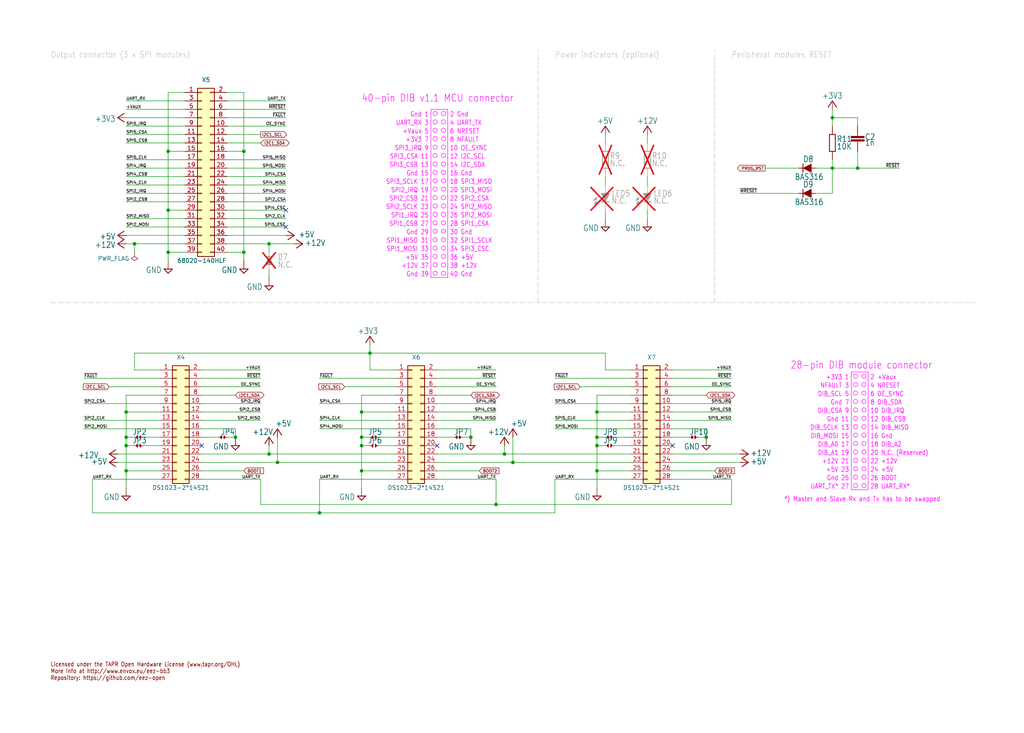
<source format=kicad_sch>
(kicad_sch (version 20230121) (generator eeschema)
  (paper "User" 309.347 221.463)
  (title_block (title "EEZ DIB B3C") (date "2024-01-03") (rev "r3B3") (company "Envox d.o.o.") (comment 1 "https://www.envox.eu"))
  (junction (at 142.24 132.08))
  (junction (at 109.22 134.62))
  (junction (at 213.36 132.08))
  (junction (at 251.46 35.56))
  (junction (at 50.8 76.2))
  (junction (at 180.34 132.08))
  (junction (at 38.1 124.46))
  (junction (at 81.28 137.16))
  (junction (at 38.1 142.24))
  (junction (at 71.12 132.08))
  (junction (at 251.46 50.8))
  (junction (at 40.64 73.66))
  (junction (at 109.22 124.46))
  (junction (at 259.08 50.8))
  (junction (at 81.28 73.66))
  (junction (at 38.1 132.08))
  (junction (at 180.34 134.62))
  (junction (at 180.34 142.24))
  (junction (at 50.8 45.72))
  (junction (at 96.52 154.94))
  (junction (at 154.94 139.7))
  (junction (at 152.4 137.16))
  (junction (at 50.8 63.5))
  (junction (at 38.1 134.62))
  (junction (at 149.86 152.4))
  (junction (at 180.34 124.46))
  (junction (at 73.66 76.2))
  (junction (at 73.66 45.72))
  (junction (at 109.22 132.08))
  (junction (at 109.22 142.24))
  (junction (at 83.82 139.7))
  (junction (at 111.76 106.68))
  (no_connect (at 132.08 134.62))
  (no_connect (at 203.2 134.62))
  (no_connect (at 86.36 68.58))
  (no_connect (at 60.96 134.62))
  (no_connect (at 86.36 63.5))
  (wire (pts (xy 203.2 127) (xy 220.98 127)) (stroke (width 0.1524)))
  (wire (pts (xy 60.96 111.76) (xy 78.74 111.76)) (stroke (width 0.1524)))
  (wire (pts (xy 182.88 55.88) (xy 182.88 53.34)) (stroke (width 0.1524)))
  (wire (pts (xy 60.96 142.24) (xy 73.66 142.24)) (stroke (width 0.1524)))
  (wire (pts (xy 175.26 116.84) (xy 190.5 116.84)) (stroke (width 0.1524)))
  (wire (pts (xy 68.58 33.02) (xy 86.36 33.02)) (stroke (width 0.1524)))
  (wire (pts (xy 251.46 50.8) (xy 251.46 48.26)) (stroke (width 0.1524)))
  (wire (pts (xy 119.38 132.08) (xy 114.3 132.08)))
  (wire (pts (xy 251.46 50.8) (xy 259.08 50.8)) (stroke (width 0.1524)))
  (wire (pts (xy 27.94 144.78) (xy 27.94 154.94)) (stroke (width 0.1524)))
  (wire (pts (xy 139.7 132.08) (xy 142.24 132.08)) (stroke (width 0.1524)))
  (wire (pts (xy 55.88 45.72) (xy 50.8 45.72)) (stroke (width 0.1524)))
  (wire (pts (xy 78.74 144.78) (xy 78.74 152.4)) (stroke (width 0.1524)))
  (wire (pts (xy 27.94 154.94) (xy 96.52 154.94)) (stroke (width 0.1524)))
  (wire (pts (xy 109.22 124.46) (xy 109.22 119.38)) (stroke (width 0.1524)))
  (wire (pts (xy 73.66 78.74) (xy 73.66 76.2)) (stroke (width 0.1524)))
  (wire (pts (xy 190.5 121.92) (xy 167.64 121.92)) (stroke (width 0.1524)))
  (wire (pts (xy 55.88 60.96) (xy 38.1 60.96)) (stroke (width 0.1524)))
  (wire (pts (xy 96.52 154.94) (xy 96.52 144.78)) (stroke (width 0.1524)))
  (wire (pts (xy 68.58 53.34) (xy 86.36 53.34)) (stroke (width 0.1524)))
  (wire (pts (xy 68.58 71.12) (xy 86.36 71.12)) (stroke (width 0.1524)))
  (wire (pts (xy 132.08 139.7) (xy 154.94 139.7)) (stroke (width 0.1524)))
  (wire (pts (xy 182.88 134.62) (xy 180.34 134.62)) (stroke (width 0.1524)))
  (wire (pts (xy 55.88 68.58) (xy 38.1 68.58)) (stroke (width 0.1524)))
  (wire (pts (xy 38.1 73.66) (xy 40.64 73.66)) (stroke (width 0.1524)))
  (wire (pts (xy 195.58 66.04) (xy 195.58 63.5)) (stroke (width 0.1524)))
  (wire (pts (xy 25.4 127) (xy 48.26 127)) (stroke (width 0.1524)))
  (wire (pts (xy 180.34 142.24) (xy 180.34 134.62)) (stroke (width 0.1524)))
  (wire (pts (xy 119.38 121.92) (xy 96.52 121.92)) (stroke (width 0.1524)))
  (wire (pts (xy 40.64 73.66) (xy 55.88 73.66)) (stroke (width 0.1524)))
  (wire (pts (xy 167.64 144.78) (xy 167.64 154.94)) (stroke (width 0.1524)))
  (wire (pts (xy 259.08 50.8) (xy 271.78 50.8)) (stroke (width 0.1524)))
  (wire (pts (xy 38.1 132.08) (xy 38.1 124.46)) (stroke (width 0.1524)))
  (polyline (pts (xy 15.24 91.44) (xy 294.64 91.44)) (stroke (width 0.1524) (type dash) (color 194 194 194 1)))
  (wire (pts (xy 195.58 43.18) (xy 195.58 40.64)) (stroke (width 0.1524)))
  (wire (pts (xy 220.98 152.4) (xy 220.98 144.78)) (stroke (width 0.1524)))
  (wire (pts (xy 55.88 55.88) (xy 38.1 55.88)) (stroke (width 0.1524)))
  (wire (pts (xy 40.64 106.68) (xy 111.76 106.68)) (stroke (width 0.1524)))
  (wire (pts (xy 55.88 58.42) (xy 38.1 58.42)) (stroke (width 0.1524)))
  (wire (pts (xy 68.58 58.42) (xy 86.36 58.42)) (stroke (width 0.1524)))
  (wire (pts (xy 142.24 129.54) (xy 132.08 129.54)) (stroke (width 0.1524)))
  (wire (pts (xy 132.08 121.92) (xy 149.86 121.92)) (stroke (width 0.1524)))
  (wire (pts (xy 213.36 129.54) (xy 203.2 129.54)) (stroke (width 0.1524)))
  (wire (pts (xy 60.96 127) (xy 78.74 127)) (stroke (width 0.1524)))
  (wire (pts (xy 132.08 132.08) (xy 137.16 132.08)))
  (wire (pts (xy 68.58 63.5) (xy 86.36 63.5)) (stroke (width 0.1524)))
  (wire (pts (xy 119.38 142.24) (xy 109.22 142.24)) (stroke (width 0.1524)))
  (wire (pts (xy 68.58 68.58) (xy 86.36 68.58)) (stroke (width 0.1524)))
  (wire (pts (xy 38.1 142.24) (xy 38.1 134.62)) (stroke (width 0.1524)))
  (wire (pts (xy 223.52 139.7) (xy 203.2 139.7)) (stroke (width 0.1524)))
  (wire (pts (xy 190.5 144.78) (xy 167.64 144.78)) (stroke (width 0.1524)))
  (wire (pts (xy 50.8 78.74) (xy 50.8 76.2)) (stroke (width 0.1524)))
  (wire (pts (xy 83.82 139.7) (xy 83.82 132.08)) (stroke (width 0.1524)))
  (wire (pts (xy 71.12 132.08) (xy 71.12 129.54)) (stroke (width 0.1524)))
  (wire (pts (xy 68.58 132.08) (xy 71.12 132.08)) (stroke (width 0.1524)))
  (wire (pts (xy 149.86 152.4) (xy 149.86 144.78)) (stroke (width 0.1524)))
  (wire (pts (xy 132.08 137.16) (xy 152.4 137.16)) (stroke (width 0.1524)))
  (wire (pts (xy 119.38 111.76) (xy 111.76 111.76)) (stroke (width 0.1524)))
  (wire (pts (xy 203.2 119.38) (xy 213.36 119.38)) (stroke (width 0.1524)))
  (wire (pts (xy 111.76 111.76) (xy 111.76 106.68)) (stroke (width 0.1524)))
  (wire (pts (xy 38.1 142.24) (xy 38.1 147.32)) (stroke (width 0.1524)))
  (wire (pts (xy 132.08 114.3) (xy 149.86 114.3)) (stroke (width 0.1524)))
  (wire (pts (xy 119.38 134.62) (xy 114.3 134.62)))
  (wire (pts (xy 68.58 76.2) (xy 73.66 76.2)) (stroke (width 0.1524)))
  (wire (pts (xy 231.14 50.8) (xy 241.3 50.8)) (stroke (width 0.1524)))
  (wire (pts (xy 96.52 154.94) (xy 167.64 154.94)) (stroke (width 0.1524)))
  (wire (pts (xy 203.2 124.46) (xy 220.98 124.46)) (stroke (width 0.1524)))
  (wire (pts (xy 132.08 127) (xy 149.86 127)) (stroke (width 0.1524)))
  (wire (pts (xy 48.26 121.92) (xy 25.4 121.92)) (stroke (width 0.1524)))
  (wire (pts (xy 132.08 142.24) (xy 144.78 142.24)) (stroke (width 0.1524)))
  (wire (pts (xy 60.96 124.46) (xy 78.74 124.46)) (stroke (width 0.1524)))
  (wire (pts (xy 149.86 152.4) (xy 220.98 152.4)) (stroke (width 0.1524)))
  (wire (pts (xy 60.96 119.38) (xy 71.12 119.38)) (stroke (width 0.1524)))
  (wire (pts (xy 119.38 139.7) (xy 83.82 139.7)) (stroke (width 0.1524)))
  (wire (pts (xy 182.88 132.08) (xy 180.34 132.08)) (stroke (width 0.1524)))
  (wire (pts (xy 182.88 43.18) (xy 182.88 40.64)) (stroke (width 0.1524)))
  (wire (pts (xy 213.36 132.08) (xy 213.36 129.54)) (stroke (width 0.1524)))
  (wire (pts (xy 55.88 43.18) (xy 38.1 43.18)) (stroke (width 0.1524)))
  (wire (pts (xy 203.2 114.3) (xy 220.98 114.3)) (stroke (width 0.1524)))
  (wire (pts (xy 190.5 139.7) (xy 154.94 139.7)) (stroke (width 0.1524)))
  (wire (pts (xy 68.58 60.96) (xy 86.36 60.96)) (stroke (width 0.1524)))
  (wire (pts (xy 149.86 144.78) (xy 132.08 144.78)) (stroke (width 0.1524)))
  (wire (pts (xy 68.58 30.48) (xy 86.36 30.48)) (stroke (width 0.1524)))
  (wire (pts (xy 50.8 63.5) (xy 50.8 45.72)) (stroke (width 0.1524)))
  (wire (pts (xy 190.5 137.16) (xy 152.4 137.16)) (stroke (width 0.1524)))
  (wire (pts (xy 55.88 50.8) (xy 38.1 50.8)) (stroke (width 0.1524)))
  (wire (pts (xy 132.08 116.84) (xy 149.86 116.84)) (stroke (width 0.1524)))
  (wire (pts (xy 109.22 142.24) (xy 109.22 134.62)) (stroke (width 0.1524)))
  (wire (pts (xy 81.28 76.2) (xy 81.28 73.66)) (stroke (width 0.1524)))
  (wire (pts (xy 60.96 129.54) (xy 71.12 129.54)) (stroke (width 0.1524)))
  (wire (pts (xy 203.2 111.76) (xy 220.98 111.76)) (stroke (width 0.1524)))
  (wire (pts (xy 55.88 35.56) (xy 38.1 35.56)) (stroke (width 0.1524)))
  (wire (pts (xy 60.96 139.7) (xy 83.82 139.7)) (stroke (width 0.1524)))
  (wire (pts (xy 81.28 137.16) (xy 81.28 134.62)) (stroke (width 0.1524)))
  (wire (pts (xy 190.5 129.54) (xy 167.64 129.54)) (stroke (width 0.1524)))
  (wire (pts (xy 119.38 129.54) (xy 96.52 129.54)) (stroke (width 0.1524)))
  (wire (pts (xy 81.28 137.16) (xy 119.38 137.16)) (stroke (width 0.1524)))
  (wire (pts (xy 55.88 63.5) (xy 50.8 63.5)) (stroke (width 0.1524)))
  (wire (pts (xy 152.4 134.62) (xy 152.4 137.16)) (stroke (width 0.1524)))
  (wire (pts (xy 68.58 35.56) (xy 86.36 35.56)) (stroke (width 0.1524)))
  (wire (pts (xy 180.34 132.08) (xy 180.34 124.46)) (stroke (width 0.1524)))
  (wire (pts (xy 68.58 40.64) (xy 78.74 40.64)) (stroke (width 0.1524)))
  (wire (pts (xy 55.88 53.34) (xy 38.1 53.34)) (stroke (width 0.1524)))
  (wire (pts (xy 55.88 76.2) (xy 50.8 76.2)) (stroke (width 0.1524)))
  (wire (pts (xy 119.38 119.38) (xy 109.22 119.38)) (stroke (width 0.1524)))
  (wire (pts (xy 132.08 119.38) (xy 142.24 119.38)) (stroke (width 0.1524)))
  (wire (pts (xy 81.28 81.28) (xy 81.28 83.82)) (stroke (width 0.1524)))
  (wire (pts (xy 142.24 132.08) (xy 142.24 129.54)) (stroke (width 0.1524)))
  (wire (pts (xy 223.52 58.42) (xy 241.3 58.42)) (stroke (width 0.1524)))
  (wire (pts (xy 50.8 76.2) (xy 50.8 63.5)) (stroke (width 0.1524)))
  (wire (pts (xy 251.46 35.56) (xy 259.08 35.56)) (stroke (width 0.1524)))
  (wire (pts (xy 35.56 137.16) (xy 48.26 137.16)) (stroke (width 0.1524)))
  (wire (pts (xy 60.96 116.84) (xy 78.74 116.84)) (stroke (width 0.1524)))
  (wire (pts (xy 68.58 55.88) (xy 86.36 55.88)) (stroke (width 0.1524)))
  (wire (pts (xy 48.26 142.24) (xy 38.1 142.24)) (stroke (width 0.1524)))
  (wire (pts (xy 60.96 137.16) (xy 81.28 137.16)) (stroke (width 0.1524)))
  (wire (pts (xy 68.58 48.26) (xy 86.36 48.26)) (stroke (width 0.1524)))
  (wire (pts (xy 55.88 30.48) (xy 38.1 30.48)) (stroke (width 0.1524)))
  (wire (pts (xy 68.58 66.04) (xy 86.36 66.04)) (stroke (width 0.1524)))
  (wire (pts (xy 48.26 129.54) (xy 25.4 129.54)) (stroke (width 0.1524)))
  (wire (pts (xy 109.22 142.24) (xy 109.22 147.32)) (stroke (width 0.1524)))
  (wire (pts (xy 190.5 111.76) (xy 182.88 111.76)) (stroke (width 0.1524)))
  (wire (pts (xy 259.08 35.56) (xy 259.08 38.1)) (stroke (width 0.1524)))
  (wire (pts (xy 38.1 134.62) (xy 38.1 132.08)) (stroke (width 0.1524)))
  (wire (pts (xy 78.74 152.4) (xy 149.86 152.4)) (stroke (width 0.1524)))
  (wire (pts (xy 180.34 147.32) (xy 180.34 142.24)) (stroke (width 0.1524)))
  (wire (pts (xy 81.28 73.66) (xy 88.9 73.66)) (stroke (width 0.1524)))
  (wire (pts (xy 111.76 134.62) (xy 109.22 134.62)) (stroke (width 0.1524)))
  (wire (pts (xy 259.08 45.72) (xy 259.08 50.8)) (stroke (width 0.1524)))
  (wire (pts (xy 38.1 124.46) (xy 38.1 119.38)) (stroke (width 0.1524)))
  (wire (pts (xy 190.5 114.3) (xy 167.64 114.3)) (stroke (width 0.1524)))
  (wire (pts (xy 38.1 71.12) (xy 55.88 71.12)) (stroke (width 0.1524)))
  (wire (pts (xy 119.38 116.84) (xy 104.14 116.84)) (stroke (width 0.1524)))
  (wire (pts (xy 48.26 111.76) (xy 40.64 111.76)) (stroke (width 0.1524)))
  (wire (pts (xy 190.5 119.38) (xy 180.34 119.38)) (stroke (width 0.1524)))
  (wire (pts (xy 55.88 27.94) (xy 50.8 27.94)) (stroke (width 0.1524)))
  (wire (pts (xy 119.38 124.46) (xy 109.22 124.46)) (stroke (width 0.1524)))
  (wire (pts (xy 35.56 139.7) (xy 48.26 139.7)) (stroke (width 0.1524)))
  (wire (pts (xy 190.5 124.46) (xy 180.34 124.46)) (stroke (width 0.1524)))
  (wire (pts (xy 195.58 55.88) (xy 195.58 53.34)) (stroke (width 0.1524)))
  (wire (pts (xy 48.26 124.46) (xy 38.1 124.46)) (stroke (width 0.1524)))
  (wire (pts (xy 73.66 45.72) (xy 73.66 27.94)) (stroke (width 0.1524)))
  (wire (pts (xy 203.2 144.78) (xy 220.98 144.78)) (stroke (width 0.1524)))
  (wire (pts (xy 203.2 116.84) (xy 220.98 116.84)) (stroke (width 0.1524)))
  (wire (pts (xy 119.38 114.3) (xy 96.52 114.3)) (stroke (width 0.1524)))
  (wire (pts (xy 203.2 132.08) (xy 208.28 132.08)))
  (wire (pts (xy 50.8 45.72) (xy 50.8 27.94)) (stroke (width 0.1524)))
  (wire (pts (xy 190.5 132.08) (xy 185.42 132.08)))
  (polyline (pts (xy 162.56 91.44) (xy 162.56 15.24)) (stroke (width 0.1524) (type dash) (color 194 194 194 1)))
  (wire (pts (xy 40.64 73.66) (xy 40.64 76.2)))
  (wire (pts (xy 40.64 132.08) (xy 38.1 132.08)) (stroke (width 0.1524)))
  (wire (pts (xy 182.88 106.68) (xy 111.76 106.68)) (stroke (width 0.1524)))
  (wire (pts (xy 55.88 40.64) (xy 38.1 40.64)) (stroke (width 0.1524)))
  (wire (pts (xy 48.26 114.3) (xy 25.4 114.3)) (stroke (width 0.1524)))
  (wire (pts (xy 38.1 48.26) (xy 55.88 48.26)) (stroke (width 0.1524)))
  (wire (pts (xy 48.26 116.84) (xy 33.02 116.84)) (stroke (width 0.1524)))
  (wire (pts (xy 40.64 134.62) (xy 38.1 134.62)) (stroke (width 0.1524)))
  (wire (pts (xy 246.38 50.8) (xy 251.46 50.8)) (stroke (width 0.1524)))
  (wire (pts (xy 60.96 121.92) (xy 78.74 121.92)) (stroke (width 0.1524)))
  (wire (pts (xy 48.26 134.62) (xy 43.18 134.62)))
  (wire (pts (xy 68.58 43.18) (xy 78.74 43.18)) (stroke (width 0.1524)))
  (wire (pts (xy 68.58 50.8) (xy 86.36 50.8)) (stroke (width 0.1524)))
  (wire (pts (xy 55.88 33.02) (xy 38.1 33.02)) (stroke (width 0.1524)))
  (wire (pts (xy 48.26 119.38) (xy 38.1 119.38)) (stroke (width 0.1524)))
  (wire (pts (xy 48.26 144.78) (xy 27.94 144.78)) (stroke (width 0.1524)))
  (wire (pts (xy 68.58 27.94) (xy 73.66 27.94)) (stroke (width 0.1524)))
  (wire (pts (xy 182.88 106.68) (xy 182.88 111.76)) (stroke (width 0.1524)))
  (wire (pts (xy 111.76 132.08) (xy 109.22 132.08)) (stroke (width 0.1524)))
  (wire (pts (xy 68.58 45.72) (xy 73.66 45.72)) (stroke (width 0.1524)))
  (polyline (pts (xy 215.9 91.44) (xy 215.9 15.24)) (stroke (width 0.1524) (type dash) (color 194 194 194 1)))
  (wire (pts (xy 55.88 38.1) (xy 38.1 38.1)) (stroke (width 0.1524)))
  (wire (pts (xy 182.88 66.04) (xy 182.88 63.5)) (stroke (width 0.1524)))
  (wire (pts (xy 210.82 132.08) (xy 213.36 132.08)) (stroke (width 0.1524)))
  (wire (pts (xy 190.5 134.62) (xy 185.42 134.62)))
  (wire (pts (xy 251.46 33.02) (xy 251.46 35.56)) (stroke (width 0.1524)))
  (wire (pts (xy 60.96 144.78) (xy 78.74 144.78)) (stroke (width 0.1524)))
  (wire (pts (xy 203.2 142.24) (xy 215.9 142.24)) (stroke (width 0.1524)))
  (wire (pts (xy 154.94 139.7) (xy 154.94 132.08)) (stroke (width 0.1524)))
  (wire (pts (xy 251.46 35.56) (xy 251.46 38.1)) (stroke (width 0.1524)))
  (wire (pts (xy 223.52 137.16) (xy 203.2 137.16)) (stroke (width 0.1524)))
  (wire (pts (xy 180.34 134.62) (xy 180.34 132.08)) (stroke (width 0.1524)))
  (wire (pts (xy 190.5 127) (xy 167.64 127)) (stroke (width 0.1524)))
  (wire (pts (xy 60.96 114.3) (xy 78.74 114.3)) (stroke (width 0.1524)))
  (wire (pts (xy 60.96 132.08) (xy 66.04 132.08)))
  (wire (pts (xy 48.26 132.08) (xy 43.18 132.08)))
  (wire (pts (xy 190.5 142.24) (xy 180.34 142.24)) (stroke (width 0.1524)))
  (wire (pts (xy 251.46 58.42) (xy 251.46 50.8)) (stroke (width 0.1524)))
  (wire (pts (xy 132.08 111.76) (xy 149.86 111.76)) (stroke (width 0.1524)))
  (wire (pts (xy 109.22 132.08) (xy 109.22 124.46)) (stroke (width 0.1524)))
  (wire (pts (xy 73.66 76.2) (xy 73.66 45.72)) (stroke (width 0.1524)))
  (wire (pts (xy 96.52 144.78) (xy 119.38 144.78)) (stroke (width 0.1524)))
  (wire (pts (xy 246.38 58.42) (xy 251.46 58.42)) (stroke (width 0.1524)))
  (wire (pts (xy 55.88 66.04) (xy 38.1 66.04)) (stroke (width 0.1524)))
  (wire (pts (xy 68.58 73.66) (xy 81.28 73.66)) (stroke (width 0.1524)))
  (wire (pts (xy 111.76 106.68) (xy 111.76 104.14)) (stroke (width 0.1524)))
  (wire (pts (xy 203.2 121.92) (xy 220.98 121.92)) (stroke (width 0.1524)))
  (wire (pts (xy 132.08 124.46) (xy 149.86 124.46)) (stroke (width 0.1524)))
  (wire (pts (xy 40.64 111.76) (xy 40.64 106.68)) (stroke (width 0.1524)))
  (wire (pts (xy 180.34 124.46) (xy 180.34 119.38)) (stroke (width 0.1524)))
  (wire (pts (xy 86.36 38.1) (xy 68.58 38.1)) (stroke (width 0.1524)))
  (wire (pts (xy 119.38 127) (xy 96.52 127)) (stroke (width 0.1524)))
  (wire (pts (xy 109.22 134.62) (xy 109.22 132.08)) (stroke (width 0.1524)))
  (circle (center 258.445 141.605) (radius 0.635) (stroke (width 0.1524) (color 255 0 255 1)))
  (circle (center 260.985 136.525) (radius 0.635) (stroke (width 0.1524) (color 255 0 255 1)))
  (circle (center 131.445 54.61) (radius 0.635) (stroke (width 0.1524) (color 255 0 255 1)))
  (circle (center 260.985 128.905) (radius 0.635) (stroke (width 0.1524) (color 255 0 255 1)))
  (circle (center 133.985 49.53) (radius 0.635) (stroke (width 0.1524) (color 255 0 255 1)))
  (circle (center 131.445 52.07) (radius 0.635) (stroke (width 0.1524) (color 255 0 255 1)))
  (circle (center 133.985 39.37) (radius 0.635) (stroke (width 0.1524) (color 255 0 255 1)))
  (circle (center 258.445 123.825) (radius 0.635) (stroke (width 0.1524) (color 255 0 255 1)))
  (circle (center 258.445 133.985) (radius 0.635) (stroke (width 0.1524) (color 255 0 255 1)))
  (circle (center 260.985 131.445) (radius 0.635) (stroke (width 0.1524) (color 255 0 255 1)))
  (circle (center 260.985 121.285) (radius 0.635) (stroke (width 0.1524) (color 255 0 255 1)))
  (circle (center 131.445 39.37) (radius 0.635) (stroke (width 0.1524) (color 255 0 255 1)))
  (circle (center 133.985 57.15) (radius 0.635) (stroke (width 0.1524) (color 255 0 255 1)))
  (circle (center 133.985 72.39) (radius 0.635) (stroke (width 0.1524) (color 255 0 255 1)))
  (circle (center 133.985 64.77) (radius 0.635) (stroke (width 0.1524) (color 255 0 255 1)))
  (circle (center 258.445 113.665) (radius 0.635) (stroke (width 0.1524) (color 255 0 255 1)))
  (circle (center 131.445 64.77) (radius 0.635) (stroke (width 0.1524) (color 255 0 255 1)))
  (circle (center 131.445 74.93) (radius 0.635) (stroke (width 0.1524) (color 255 0 255 1)))
  (circle (center 260.985 146.685) (radius 0.635) (stroke (width 0.1524) (color 255 0 255 1)))
  (circle (center 131.445 34.29) (radius 0.635) (stroke (width 0.1524) (color 255 0 255 1)))
  (circle (center 260.985 141.605) (radius 0.635) (stroke (width 0.1524) (color 255 0 255 1)))
  (circle (center 133.985 36.83) (radius 0.635) (stroke (width 0.1524) (color 255 0 255 1)))
  (circle (center 133.985 62.23) (radius 0.635) (stroke (width 0.1524) (color 255 0 255 1)))
  (circle (center 131.445 57.15) (radius 0.635) (stroke (width 0.1524) (color 255 0 255 1)))
  (circle (center 131.445 77.47) (radius 0.635) (stroke (width 0.1524) (color 255 0 255 1)))
  (circle (center 131.445 46.99) (radius 0.635) (stroke (width 0.1524) (color 255 0 255 1)))
  (circle (center 131.445 82.55) (radius 0.635) (stroke (width 0.1524) (color 255 0 255 1)))
  (circle (center 131.445 72.39) (radius 0.635) (stroke (width 0.1524) (color 255 0 255 1)))
  (circle (center 131.445 49.53) (radius 0.635) (stroke (width 0.1524) (color 255 0 255 1)))
  (circle (center 133.985 54.61) (radius 0.635) (stroke (width 0.1524) (color 255 0 255 1)))
  (circle (center 260.985 113.665) (radius 0.635) (stroke (width 0.1524) (color 255 0 255 1)))
  (circle (center 258.445 128.905) (radius 0.635) (stroke (width 0.1524) (color 255 0 255 1)))
  (circle (center 258.445 144.145) (radius 0.635) (stroke (width 0.1524) (color 255 0 255 1)))
  (circle (center 131.445 69.85) (radius 0.635) (stroke (width 0.1524) (color 255 0 255 1)))
  (circle (center 260.985 123.825) (radius 0.635) (stroke (width 0.1524) (color 255 0 255 1)))
  (rectangle (start 130.175 33.02) (end 135.255 83.82) (stroke (width 0) (color 255 0 255 1)))
  (circle (center 133.985 44.45) (radius 0.635) (stroke (width 0.1524) (color 255 0 255 1)))
  (circle (center 260.985 126.365) (radius 0.635) (stroke (width 0.1524) (color 255 0 255 1)))
  (circle (center 133.985 46.99) (radius 0.635) (stroke (width 0.1524) (color 255 0 255 1)))
  (circle (center 258.445 118.745) (radius 0.635) (stroke (width 0.1524) (color 255 0 255 1)))
  (circle (center 131.445 59.69) (radius 0.635) (stroke (width 0.1524) (color 255 0 255 1)))
  (circle (center 133.985 82.55) (radius 0.635) (stroke (width 0.1524) (color 255 0 255 1)))
  (circle (center 133.985 74.93) (radius 0.635) (stroke (width 0.1524) (color 255 0 255 1)))
  (circle (center 133.985 67.31) (radius 0.635) (stroke (width 0.1524) (color 255 0 255 1)))
  (circle (center 133.985 69.85) (radius 0.635) (stroke (width 0.1524) (color 255 0 255 1)))
  (circle (center 131.445 80.01) (radius 0.635) (stroke (width 0.1524) (color 255 0 255 1)))
  (circle (center 133.985 52.07) (radius 0.635) (stroke (width 0.1524) (color 255 0 255 1)))
  (circle (center 133.985 59.69) (radius 0.635) (stroke (width 0.1524) (color 255 0 255 1)))
  (circle (center 131.445 41.91) (radius 0.635) (stroke (width 0.1524) (color 255 0 255 1)))
  (circle (center 133.985 80.01) (radius 0.635) (stroke (width 0.1524) (color 255 0 255 1)))
  (rectangle (start 257.175 112.395) (end 262.255 147.955) (stroke (width 0) (color 255 0 255 1)))
  (circle (center 258.445 126.365) (radius 0.635) (stroke (width 0.1524) (color 255 0 255 1)))
  (circle (center 131.445 44.45) (radius 0.635) (stroke (width 0.1524) (color 255 0 255 1)))
  (circle (center 260.985 144.145) (radius 0.635) (stroke (width 0.1524) (color 255 0 255 1)))
  (circle (center 260.985 118.745) (radius 0.635) (stroke (width 0.1524) (color 255 0 255 1)))
  (circle (center 260.985 133.985) (radius 0.635) (stroke (width 0.1524) (color 255 0 255 1)))
  (circle (center 260.985 139.065) (radius 0.635) (stroke (width 0.1524) (color 255 0 255 1)))
  (circle (center 131.445 62.23) (radius 0.635) (stroke (width 0.1524) (color 255 0 255 1)))
  (circle (center 133.985 77.47) (radius 0.635) (stroke (width 0.1524) (color 255 0 255 1)))
  (circle (center 260.985 116.205) (radius 0.635) (stroke (width 0.1524) (color 255 0 255 1)))
  (circle (center 133.985 41.91) (radius 0.635) (stroke (width 0.1524) (color 255 0 255 1)))
  (circle (center 258.445 116.205) (radius 0.635) (stroke (width 0.1524) (color 255 0 255 1)))
  (circle (center 133.985 34.29) (radius 0.635) (stroke (width 0.1524) (color 255 0 255 1)))
  (circle (center 131.445 36.83) (radius 0.635) (stroke (width 0.1524) (color 255 0 255 1)))
  (circle (center 258.445 121.285) (radius 0.635) (stroke (width 0.1524) (color 255 0 255 1)))
  (circle (center 258.445 139.065) (radius 0.635) (stroke (width 0.1524) (color 255 0 255 1)))
  (circle (center 258.445 131.445) (radius 0.635) (stroke (width 0.1524) (color 255 0 255 1)))
  (circle (center 258.445 146.685) (radius 0.635) (stroke (width 0.1524) (color 255 0 255 1)))
  (circle (center 131.445 67.31) (radius 0.635) (stroke (width 0.1524) (color 255 0 255 1)))
  (circle (center 258.445 136.525) (radius 0.635) (stroke (width 0.1524) (color 255 0 255 1)))
  (text "Gnd 11" (at 256.54 127.635 0) (effects (font (size 1.4224 1.209)) (justify right bottom)))
  (text "SPI2_SCLK 23" (at 129.54 63.5 0) (effects (font (size 1.4224 1.209)) (justify right bottom)))
  (text "8 NFAULT" (at 135.89 43.18 0) (effects (font (size 1.4224 1.209)) (justify left bottom)))
  (text "Gnd 25" (at 256.54 145.415 0) (effects (font (size 1.4224 1.209)) (justify right bottom)))
  (text "UART_TX* 27" (at 256.54 147.955 0) (effects (font (size 1.4224 1.209)) (justify right bottom)))
  (text "4 NRESET" (at 262.89 117.475 0) (effects (font (size 1.4224 1.209)) (justify left bottom)))
  (text "Peripheral modules RESET" (at 220.98 17.78 0) (effects (font (size 1.778 1.5113)) (justify left bottom)))
  (text "26 BOOT" (at 262.89 145.415 0) (effects (font (size 1.4224 1.209)) (justify left bottom)))
  (text "18 SPI3_MISO" (at 135.89 55.88 0) (effects (font (size 1.4224 1.209)) (justify left bottom)))
  (text "24 +5V" (at 262.89 142.875 0) (effects (font (size 1.4224 1.209)) (justify left bottom)))
  (text "6 NRESET" (at 135.89 40.64 0) (effects (font (size 1.4224 1.209)) (justify left bottom)))
  (text "SPI1_CSB 27" (at 129.54 68.58 0) (effects (font (size 1.4224 1.209)) (justify right bottom)))
  (text "28 UART_RX*" (at 262.89 147.955 0) (effects (font (size 1.4224 1.209)) (justify left bottom)))
  (text "28 SPI1_CSA" (at 135.89 68.58 0) (effects (font (size 1.4224 1.209)) (justify left bottom)))
  (text "38 +12V" (at 135.89 81.28 0) (effects (font (size 1.4224 1.209)) (justify left bottom)))
  (text "22 SPI2_CSA" (at 135.89 60.96 0) (effects (font (size 1.4224 1.209)) (justify left bottom)))
  (text "Gnd 15" (at 129.54 53.34 0) (effects (font (size 1.4224 1.209)) (justify right bottom)))
  (text "Output connector (3 x SPI modules)" (at 15.24 17.78 0) (effects (font (size 1.778 1.5113)) (justify left bottom)))
  (text "SPI1_IRQ 25" (at 129.54 66.04 0) (effects (font (size 1.4224 1.209)) (justify right bottom)))
  (text "DIB_SCLK 13" (at 256.54 130.175 0) (effects (font (size 1.4224 1.209)) (justify right bottom)))
  (text "8 DIB_SDA" (at 262.89 122.555 0) (effects (font (size 1.4224 1.209)) (justify left bottom)))
  (text "Gnd 1" (at 129.54 35.56 0) (effects (font (size 1.4224 1.209)) (justify right bottom)))
  (text "+5V 23" (at 256.54 142.875 0) (effects (font (size 1.4224 1.209)) (justify right bottom)))
  (text "40-pin DIB v1.1 MCU connector" (at 109.22 31.115 0) (effects (font (size 2.1844 1.8567)) (justify left bottom)))
  (text "+12V 37" (at 129.54 81.28 0) (effects (font (size 1.4224 1.209)) (justify right bottom)))
  (text "DIB_SCL 5" (at 256.54 120.015 0) (effects (font (size 1.4224 1.209)) (justify right bottom)))
  (text "SPI2_IRQ 19" (at 129.54 58.42 0) (effects (font (size 1.4224 1.209)) (justify right bottom)))
  (text "14 DIB_MISO" (at 262.89 130.175 0) (effects (font (size 1.4224 1.209)) (justify left bottom)))
  (text "2 Gnd" (at 135.89 35.56 0) (effects (font (size 1.4224 1.209)) (justify left bottom)))
  (text "+5V 35" (at 129.54 78.74 0) (effects (font (size 1.4224 1.209)) (justify right bottom)))
  (text "18 DIB_A2" (at 262.89 135.255 0) (effects (font (size 1.4224 1.209)) (justify left bottom)))
  (text "12 I2C_SCL" (at 135.89 48.26 0) (effects (font (size 1.4224 1.209)) (justify left bottom)))
  (text "2 +Vaux" (at 262.89 114.935 0) (effects (font (size 1.4224 1.209)) (justify left bottom)))
  (text "SPI3_CSB 13" (at 129.54 50.8 0) (effects (font (size 1.4224 1.209)) (justify right bottom)))
  (text "10 DIB_IRQ" (at 262.89 125.095 0) (effects (font (size 1.4224 1.209)) (justify left bottom)))
  (text "16 Gnd" (at 262.89 132.715 0) (effects (font (size 1.4224 1.209)) (justify left bottom)))
  (text "SPI1_MOSI 33" (at 129.54 76.2 0) (effects (font (size 1.4224 1.209)) (justify right bottom)))
  (text "DIB_MOSI 15" (at 256.54 132.715 0) (effects (font (size 1.4224 1.209)) (justify right bottom)))
  (text "*) Master and Slave Rx and Tx has to be swapped" (at 236.855 151.765 0) (effects (font (size 1.4224 1.209)) (justify left bottom)))
  (text "SPI3_CSA 11" (at 129.54 48.26 0) (effects (font (size 1.4224 1.209)) (justify right bottom)))
  (text "20 SPI3_MOSI" (at 135.89 58.42 0) (effects (font (size 1.4224 1.209)) (justify left bottom)))
  (text "+3V3 7" (at 129.54 43.18 0) (effects (font (size 1.4224 1.209)) (justify right bottom)))
  (text "SPI1_MISO 31" (at 129.54 73.66 0) (effects (font (size 1.4224 1.209)) (justify right bottom)))
  (text "DIB_A1 19" (at 256.54 137.795 0) (effects (font (size 1.4224 1.209)) (justify right bottom)))
  (text "Gnd 39" (at 129.54 83.82 0) (effects (font (size 1.4224 1.209)) (justify right bottom)))
  (text "28-pin DIB module connector" (at 238.76 111.76 0) (effects (font (size 2.1844 1.8567)) (justify left bottom)))
  (text "14 I2C_SDA" (at 135.89 50.8 0) (effects (font (size 1.4224 1.209)) (justify left bottom)))
  (text "+Vaux 5" (at 129.54 40.64 0) (effects (font (size 1.4224 1.209)) (justify right bottom)))
  (text "+12V 21" (at 256.54 140.335 0) (effects (font (size 1.4224 1.209)) (justify right bottom)))
  (text "Licensed under the TAPR Open Hardware License (www.tapr.org/OHL)\nMore info at http://www.envox.eu/eez-bb3\nRepository: https://github.com/eez-open" (at 15.24 205.74 0) (effects (font (size 1.27 1.0795)) (justify left bottom)))
  (text "DIB_CSA 9" (at 256.54 125.095 0) (effects (font (size 1.4224 1.209)) (justify right bottom)))
  (text "DIB_A0 17" (at 256.54 135.255 0) (effects (font (size 1.4224 1.209)) (justify right bottom)))
  (text "36 +5V" (at 135.89 78.74 0) (effects (font (size 1.4224 1.209)) (justify left bottom)))
  (text "32 SPI1_SCLK" (at 135.89 73.66 0) (effects (font (size 1.4224 1.209)) (justify left bottom)))
  (text "30 Gnd" (at 135.89 71.12 0) (effects (font (size 1.4224 1.209)) (justify left bottom)))
  (text "24 SPI2_MISO" (at 135.89 63.5 0) (effects (font (size 1.4224 1.209)) (justify left bottom)))
  (text "22 +12V" (at 262.89 140.335 0) (effects (font (size 1.4224 1.209)) (justify left bottom)))
  (text "16 Gnd" (at 135.89 53.34 0) (effects (font (size 1.4224 1.209)) (justify left bottom)))
  (text "SPI3_IRQ 9" (at 129.54 45.72 0) (effects (font (size 1.4224 1.209)) (justify right bottom)))
  (text "26 SPI2_MOSI" (at 135.89 66.04 0) (effects (font (size 1.4224 1.209)) (justify left bottom)))
  (text "UART_RX 3" (at 129.54 38.1 0) (effects (font (size 1.4224 1.209)) (justify right bottom)))
  (text "Gnd 29" (at 129.54 71.12 0) (effects (font (size 1.4224 1.209)) (justify right bottom)))
  (text "SPI2_CSB 21" (at 129.54 60.96 0) (effects (font (size 1.4224 1.209)) (justify right bottom)))
  (text "20 N.C. (Reserved)" (at 262.89 137.795 0) (effects (font (size 1.4224 1.209)) (justify left bottom)))
  (text "10 OE_SYNC" (at 135.89 45.72 0) (effects (font (size 1.4224 1.209)) (justify left bottom)))
  (text "34 SPI3_CSC" (at 135.89 76.2 0) (effects (font (size 1.4224 1.209)) (justify left bottom)))
  (text "40 Gnd" (at 135.89 83.82 0) (effects (font (size 1.4224 1.209)) (justify left bottom)))
  (text "NFAULT 3" (at 256.54 117.475 0) (effects (font (size 1.4224 1.209)) (justify right bottom)))
  (text "+3V3 1" (at 256.54 114.935 0) (effects (font (size 1.4224 1.209)) (justify right bottom)))
  (text "4 UART_TX" (at 135.89 38.1 0) (effects (font (size 1.4224 1.209)) (justify left bottom)))
  (text "Power indicators (optional)" (at 167.64 17.78 0) (effects (font (size 1.778 1.5113)) (justify left bottom)))
  (text "12 DIB_CSB" (at 262.89 127.635 0) (effects (font (size 1.4224 1.209)) (justify left bottom)))
  (text "Gnd 7" (at 256.54 122.555 0) (effects (font (size 1.4224 1.209)) (justify right bottom)))
  (text "6 OE_SYNC" (at 262.89 120.015 0) (effects (font (size 1.4224 1.209)) (justify left bottom)))
  (text "SPI3_SCLK 17" (at 129.54 55.88 0) (effects (font (size 1.4224 1.209)) (justify right bottom)))
  (label "SPI4_CLK" (at 96.52 127 0) (effects (font (size 0.889 0.889))))
  (label "OE_SYNC" (at 220.98 116.84 180) (effects (font (size 0.889 0.889))))
  (label "~{FAULT}" (at 96.52 114.3 0) (effects (font (size 0.889 0.889))))
  (label "SPI4_MISO" (at 86.36 55.88 180) (effects (font (size 0.889 0.889))))
  (label "SPI4_CLK" (at 38.1 55.88 0) (effects (font (size 0.889 0.889))))
  (label "OE_SYNC" (at 78.74 116.84 180) (effects (font (size 0.889 0.889))))
  (label "SPI5_CSB" (at 38.1 43.18 0) (effects (font (size 0.889 0.889))))
  (label "SPI5_CLK" (at 167.64 127 0) (effects (font (size 0.889 0.889))))
  (label "SPI4_CSA" (at 96.52 121.92 0) (effects (font (size 0.889 0.889))))
  (label "SPI4_CSC" (at 86.36 63.5 180) (effects (font (size 0.889 0.889))))
  (label "SPI5_IRQ" (at 220.98 121.92 180) (effects (font (size 0.889 0.889))))
  (label "~{RESET}" (at 220.98 114.3 180) (effects (font (size 0.889 0.889))))
  (label "~{FAULT}" (at 167.64 114.3 0) (effects (font (size 0.889 0.889))))
  (label "SPI4_IRQ" (at 149.86 121.92 180) (effects (font (size 0.889 0.889))))
  (label "SPI2_MISO" (at 78.74 127 180) (effects (font (size 0.889 0.889))))
  (label "UART_TX" (at 78.74 144.78 180) (effects (font (size 0.889 0.889))))
  (label "UART_RX" (at 96.52 144.78 0) (effects (font (size 0.889 0.889))))
  (label "~{FAULT}" (at 86.36 35.56 180) (effects (font (size 0.889 0.889))))
  (label "SPI4_MOSI" (at 96.52 129.54 0) (effects (font (size 0.889 0.889))))
  (label "~{MRESET}" (at 223.52 58.42 0) (effects (font (size 0.889 0.889))))
  (label "SPI2_CSB" (at 38.1 60.96 0) (effects (font (size 0.889 0.889))))
  (label "SPI5_CSA" (at 167.64 121.92 0) (effects (font (size 0.889 0.889))))
  (label "UART_TX" (at 220.98 144.78 180) (effects (font (size 0.889 0.889))))
  (label "~{MRESET}" (at 86.36 33.02 180) (effects (font (size 0.889 0.889))))
  (label "+VAUX" (at 38.1 33.02 0) (effects (font (size 0.889 0.889))))
  (label "SPI2_MISO" (at 38.1 66.04 0) (effects (font (size 0.889 0.889))))
  (label "~{RESET}" (at 78.74 114.3 180) (effects (font (size 0.889 0.889))))
  (label "~{FAULT}" (at 25.4 114.3 0) (effects (font (size 0.889 0.889))))
  (label "SPI5_CSA" (at 38.1 40.64 0) (effects (font (size 0.889 0.889))))
  (label "OE_SYNC" (at 86.36 38.1 180) (effects (font (size 0.889 0.889))))
  (label "SPI2_MOSI" (at 38.1 68.58 0) (effects (font (size 0.889 0.889))))
  (label "SPI2_CSB" (at 78.74 124.46 180) (effects (font (size 0.889 0.889))))
  (label "SPI2_IRQ" (at 38.1 58.42 0) (effects (font (size 0.889 0.889))))
  (label "SPI5_CLK" (at 38.1 48.26 0) (effects (font (size 0.889 0.889))))
  (label "SPI4_CSA" (at 86.36 53.34 180) (effects (font (size 0.889 0.889))))
  (label "SPI2_MOSI" (at 25.4 129.54 0) (effects (font (size 0.889 0.889))))
  (label "UART_TX" (at 149.86 144.78 180) (effects (font (size 0.889 0.889))))
  (label "OE_SYNC" (at 149.86 116.84 180) (effects (font (size 0.889 0.889))))
  (label "SPI5_MOSI" (at 86.36 50.8 180) (effects (font (size 0.889 0.889))))
  (label "SPI4_MOSI" (at 86.36 58.42 180) (effects (font (size 0.889 0.889))))
  (label "SPI4_IRQ" (at 38.1 50.8 0) (effects (font (size 0.889 0.889))))
  (label "~{RESET}" (at 149.86 114.3 180) (effects (font (size 0.889 0.889))))
  (label "SPI2_CSA" (at 86.36 60.96 180) (effects (font (size 0.889 0.889))))
  (label "SPI5_MISO" (at 220.98 127 180) (effects (font (size 0.889 0.889))))
  (label "SPI5_IRQ" (at 38.1 38.1 0) (effects (font (size 0.889 0.889))))
  (label "SPI5_CSC" (at 86.36 68.58 180) (effects (font (size 0.889 0.889))))
  (label "+VAUX" (at 78.74 111.76 180) (effects (font (size 0.889 0.889))))
  (label "UART_RX" (at 27.94 144.78 0) (effects (font (size 0.889 0.889))))
  (label "+VAUX" (at 220.98 111.76 180) (effects (font (size 0.889 0.889))))
  (label "SPI4_CSB" (at 149.86 124.46 180) (effects (font (size 0.889 0.889))))
  (label "SPI4_CSB" (at 38.1 53.34 0) (effects (font (size 0.889 0.889))))
  (label "SPI2_CLK" (at 86.36 66.04 180) (effects (font (size 0.889 0.889))))
  (label "+VAUX" (at 148.59 111.76 180) (effects (font (size 0.889 0.889))))
  (label "UART_RX" (at 167.64 144.78 0) (effects (font (size 0.889 0.889))))
  (label "SPI2_CSA" (at 25.4 121.92 0) (effects (font (size 0.889 0.889))))
  (label "SPI2_CLK" (at 25.4 127 0) (effects (font (size 0.889 0.889))))
  (label "UART_RX" (at 38.1 30.48 0) (effects (font (size 0.889 0.889))))
  (label "SPI5_MISO" (at 86.36 48.26 180) (effects (font (size 0.889 0.889))))
  (label "~{RESET}" (at 271.78 50.8 180) (effects (font (size 0.889 0.889))))
  (label "SPI5_MOSI" (at 167.64 129.54 0) (effects (font (size 0.889 0.889))))
  (label "SPI4_MISO" (at 149.86 127 180) (effects (font (size 0.889 0.889))))
  (label "UART_TX" (at 86.36 30.48 180) (effects (font (size 0.889 0.889))))
  (label "SPI2_IRQ" (at 78.74 121.92 180) (effects (font (size 0.889 0.889))))
  (label "SPI5_CSB" (at 220.98 124.46 180) (effects (font (size 0.889 0.889))))
  (global_label "BOOT2" (shape input) (at 144.78 142.24 0) (effects (font (size 0.889 0.889))) (property "Intersheetrefs" "${INTERSHEET_REFS}" (effects hide)))
  (global_label "I2C1_SCL" (shape output) (at 78.74 40.64 0) (effects (font (size 0.889 0.889))) (property "Intersheetrefs" "${INTERSHEET_REFS}" (effects hide)))
  (global_label "I2C1_SCL" (shape input) (at 33.02 116.84 180) (effects (font (size 0.889 0.889))) (property "Intersheetrefs" "${INTERSHEET_REFS}" (effects hide)))
  (global_label "I2C1_SDA" (shape bidirectional) (at 71.12 119.38 0) (effects (font (size 0.889 0.889))) (property "Intersheetrefs" "${INTERSHEET_REFS}" (effects hide)))
  (global_label "I2C1_SDA" (shape bidirectional) (at 78.74 43.18 0) (effects (font (size 0.889 0.889))) (property "Intersheetrefs" "${INTERSHEET_REFS}" (effects hide)))
  (global_label "I2C1_SDA" (shape bidirectional) (at 213.36 119.38 0) (effects (font (size 0.889 0.889))) (property "Intersheetrefs" "${INTERSHEET_REFS}" (effects hide)))
  (global_label "I2C1_SCL" (shape input) (at 104.14 116.84 180) (effects (font (size 0.889 0.889))) (property "Intersheetrefs" "${INTERSHEET_REFS}" (effects hide)))
  (global_label "PROG_RST" (shape output) (at 231.14 50.8 180) (effects (font (size 0.889 0.889))) (property "Intersheetrefs" "${INTERSHEET_REFS}" (effects hide)))
  (global_label "I2C1_SDA" (shape bidirectional) (at 142.24 119.38 0) (effects (font (size 0.889 0.889))) (property "Intersheetrefs" "${INTERSHEET_REFS}" (effects hide)))
  (global_label "I2C1_SCL" (shape input) (at 175.26 116.84 180) (effects (font (size 0.889 0.889))) (property "Intersheetrefs" "${INTERSHEET_REFS}" (effects hide)))
  (global_label "BOOT3" (shape input) (at 215.9 142.24 0) (effects (font (size 0.889 0.889))) (property "Intersheetrefs" "${INTERSHEET_REFS}" (effects hide)))
  (global_label "BOOT1" (shape input) (at 73.66 142.24 0) (effects (font (size 0.889 0.889))) (property "Intersheetrefs" "${INTERSHEET_REFS}" (effects hide)))
  (symbol (lib_id "PCM_EEZ_connectors:Conn_2Rows-28Pins") (at 190.5 111.76 0) (unit 1)
    (property "Reference" "X7" (at 196.85 107.95 0))
    (property "Value" "DS1023-2*14S21" (at 196.85 147.32 0))
    (property "Footprint" "PCM_EEZ_connectors:TSW-114-07-F-D" (effects hide))
    (property "DigiKey" "S7082-ND " (effects hide))
    (property "Mouser" "SSQ-114-01-T-D" (effects hide))
    (property "TME" "DS1023-2*14S21" (effects hide))
  )
  (symbol (lib_id "PCM_EEZ_symbols:GND") (at 50.8 81.28 0) (unit 1)
    (property "Reference" "#SUPPLY010" (effects hide))
    (property "Value" "GND" (at 48.895 82.55 0) (effects (font (size 1.778 1.5113)) (justify right bottom)))
  )
  (symbol (lib_id "PCM_EEZ_symbols:GND") (at 71.12 134.62 0) (unit 1)
    (property "Reference" "#SUPPLY011" (effects hide))
    (property "Value" "GND" (at 69.215 135.89 0) (effects (font (size 1.778 1.5113)) (justify right bottom)))
  )
  (symbol (lib_id "PCM_EEZ_passives:R-EU") (at 251.46 43.18 270) (unit 1)
    (property "Reference" "R11" (at 252.73 42.9514 90) (effects (font (size 1.778 1.5113)) (justify left bottom)))
    (property "Value" "10K" (at 252.73 45.212 90) (effects (font (size 1.778 1.5113)) (justify left bottom)))
    (property "Footprint" "Resistor_SMD:R_0805_2012Metric" (effects hide))
    (property "DigiKey" "311-10.0KCRCT-ND" (effects hide))
    (property "Mouser" "603-RC0805FR-0710KL" (effects hide))
    (property "TME" "RC0805FR-0710K" (effects hide))
  )
  (symbol (lib_id "PCM_EEZ_symbols:+5V") (at 182.88 38.1 0) (unit 1)
    (property "Reference" "#SUPPLY020" (effects hide))
    (property "Value" "+5V" (at 180.34 37.465 0) (effects (font (size 1.778 1.5113)) (justify left bottom)))
  )
  (symbol (lib_id "PCM_EEZ_symbols:+12V") (at 33.02 137.16 90) (mirror x) (unit 1)
    (property "Reference" "#SUPPLY07" (effects hide))
    (property "Value" "+12V" (at 29.845 136.525 90) (effects (font (size 1.778 1.5113)) (justify left top)))
  )
  (symbol (lib_id "PCM_EEZ_symbols:GND") (at 213.36 134.62 0) (unit 1)
    (property "Reference" "#SUPPLY024" (effects hide))
    (property "Value" "GND" (at 211.455 135.89 0) (effects (font (size 1.778 1.5113)) (justify right bottom)))
  )
  (symbol (lib_id "PCM_EEZ_unsorted:JP2 shorted") (at 137.16 132.08 0) (unit 1) (in_bom no)
    (property "Reference" "JP7" (at 137.16 131.445 0) (effects (font (size 1.778 1.5113)) (justify left bottom)))
    (property "Value" "JP2-NOCUT" (effects hide))
    (property "Footprint" "PCM_EEZ_SMD:JP2 shorted" (effects hide))
  )
  (symbol (lib_id "PCM_EEZ_symbols:GND") (at 38.1 149.86 0) (unit 1)
    (property "Reference" "#SUPPLY09" (effects hide))
    (property "Value" "GND" (at 36.195 151.13 0) (effects (font (size 1.778 1.5113)) (justify right bottom)))
  )
  (symbol (lib_id "PCM_EEZ_symbols:GND") (at 73.66 81.28 0) (unit 1)
    (property "Reference" "#SUPPLY012" (effects hide))
    (property "Value" "GND" (at 71.755 82.55 0) (effects (font (size 1.778 1.5113)) (justify right bottom)))
  )
  (symbol (lib_id "PCM_EEZ_symbols:GND") (at 142.24 134.62 0) (unit 1)
    (property "Reference" "#SUPPLY017" (effects hide))
    (property "Value" "GND" (at 140.335 135.89 0) (effects (font (size 1.778 1.5113)) (justify right bottom)))
  )
  (symbol (lib_id "PCM_EEZ_unsorted:JP2 open") (at 182.88 132.08 0) (unit 1) (in_bom no)
    (property "Reference" "JP8" (at 182.245 131.445 0) (effects (font (size 1.778 1.5113)) (justify left bottom)))
    (property "Value" "JP2-CUT" (effects hide))
    (property "Footprint" "PCM_EEZ_SMD:JP2 open" (effects hide))
  )
  (symbol (lib_id "PCM_EEZ_symbols:+5V") (at 226.06 139.7 270) (unit 1)
    (property "Reference" "#P+010" (effects hide))
    (property "Value" "+5V" (at 226.695 138.43 90) (effects (font (size 1.778 1.5113)) (justify left top)))
  )
  (symbol (lib_id "PCM_EEZ_symbols:+5V") (at 83.82 129.54 0) (mirror y) (unit 1)
    (property "Reference" "#P+07" (effects hide))
    (property "Value" "+5V" (at 83.185 128.905 0) (effects (font (size 1.778 1.5113)) (justify right bottom)))
  )
  (symbol (lib_id "PCM_EEZ_discretes:DIODE_LED") (at 182.88 60.96 0) (unit 1) (in_bom no) (dnp yes)
    (property "Reference" "LED5" (at 184.658 59.436 0) (effects (font (size 1.778 1.5113)) (justify left bottom)))
    (property "Value" "N.C." (at 184.658 61.595 0) (effects (font (size 1.778 1.5113)) (justify left bottom)))
    (property "Footprint" "PCM_EEZ_SMD:LED_LTST-C170KGKT_LTO-L" (effects hide))
    (property "DigiKey" "160-1414-2-ND" (effects hide))
    (property "Mouser" "859-LTST-C170KGKT" (effects hide))
    (property "TME" "LTST-C170KGKT" (effects hide))
  )
  (symbol (lib_id "PCM_EEZ_unsorted:JP2 open") (at 182.88 134.62 0) (unit 1) (in_bom no)
    (property "Reference" "JP9" (at 182.245 133.985 0) (effects (font (size 1.778 1.5113)) (justify left bottom)))
    (property "Value" "JP2-CUT" (effects hide))
    (property "Footprint" "PCM_EEZ_SMD:JP2 open" (effects hide))
  )
  (symbol (lib_id "PCM_EEZ_symbols:+5V") (at 35.56 71.12 90) (unit 1)
    (property "Reference" "#P+06" (effects hide))
    (property "Value" "+5V" (at 34.925 72.39 90) (effects (font (size 1.778 1.5113)) (justify left top)))
  )
  (symbol (lib_id "PCM_EEZ_symbols:GND") (at 109.22 149.86 0) (unit 1)
    (property "Reference" "#SUPPLY016" (effects hide))
    (property "Value" "GND" (at 107.315 151.13 0) (effects (font (size 1.778 1.5113)) (justify right bottom)))
  )
  (symbol (lib_id "PCM_EEZ_unsorted:JP2 shorted") (at 66.04 132.08 0) (unit 1) (in_bom no)
    (property "Reference" "JP4" (at 66.675 131.445 0) (effects (font (size 1.778 1.5113)) (justify left bottom)))
    (property "Value" "JP2-NOCUT" (effects hide))
    (property "Footprint" "PCM_EEZ_SMD:JP2 shorted" (effects hide))
  )
  (symbol (lib_id "PCM_EEZ_passives:R-EU") (at 182.88 48.26 270) (unit 1) (in_bom no) (dnp yes)
    (property "Reference" "R9" (at 184.15 48.0314 90) (effects (font (size 1.778 1.5113)) (justify left bottom)))
    (property "Value" "N.C." (at 184.15 50.292 90) (effects (font (size 1.778 1.5113)) (justify left bottom)))
    (property "Footprint" "Resistor_SMD:R_0805_2012Metric" (effects hide))
  )
  (symbol (lib_id "PCM_EEZ_symbols:+12V") (at 81.28 132.08 0) (unit 1)
    (property "Reference" "#SUPPLY014" (effects hide))
    (property "Value" "+12V" (at 82.55 131.445 0) (effects (font (size 1.778 1.5113)) (justify right bottom)))
  )
  (symbol (lib_id "PCM_EEZ_unsorted:JP2 shorted") (at 111.76 132.08 0) (unit 1) (in_bom no)
    (property "Reference" "JP5" (at 111.125 131.445 0) (effects (font (size 1.778 1.5113)) (justify left bottom)))
    (property "Value" "JP2-NOCUT" (effects hide))
    (property "Footprint" "PCM_EEZ_SMD:JP2 shorted" (effects hide))
  )
  (symbol (lib_id "PCM_EEZ_symbols:GND") (at 180.34 149.86 0) (unit 1)
    (property "Reference" "#SUPPLY019" (effects hide))
    (property "Value" "GND" (at 178.435 151.13 0) (effects (font (size 1.778 1.5113)) (justify right bottom)))
  )
  (symbol (lib_id "PCM_EEZ_unsorted:JP2 open") (at 40.64 132.08 0) (unit 1) (in_bom no)
    (property "Reference" "JP2" (at 40.005 131.445 0) (effects (font (size 1.778 1.5113)) (justify left bottom)))
    (property "Value" "JP2-CUT" (effects hide))
    (property "Footprint" "PCM_EEZ_SMD:JP2 open" (effects hide))
  )
  (symbol (lib_id "PCM_EEZ_symbols:+5V") (at 154.94 129.54 0) (unit 1)
    (property "Reference" "#P+09" (effects hide))
    (property "Value" "+5V" (at 154.305 128.905 0) (effects (font (size 1.778 1.5113)) (justify left bottom)))
  )
  (symbol (lib_id "PCM_EEZ_discretes:DIODE") (at 81.28 78.74 270) (mirror x) (unit 1) (in_bom no) (dnp yes)
    (property "Reference" "D7" (at 83.82 76.6826 90) (effects (font (size 1.778 1.5113)) (justify left bottom)))
    (property "Value" "N.C." (at 83.82 78.9686 90) (effects (font (size 1.778 1.5113)) (justify left bottom)))
    (property "Footprint" "PCM_EEZ_SMD:DO214AA" (effects hide))
  )
  (symbol (lib_id "PCM_EEZ_connectors:Conn_2Rows-28Pins") (at 119.38 111.76 0) (unit 1)
    (property "Reference" "X6" (at 125.73 107.95 0))
    (property "Value" "DS1023-2*14S21" (at 125.73 147.32 0))
    (property "Footprint" "PCM_EEZ_connectors:TSW-114-07-F-D" (effects hide))
    (property "DigiKey" "S7082-ND " (effects hide))
    (property "Mouser" "SSQ-114-01-T-D" (effects hide))
    (property "TME" "DS1023-2*14S21" (effects hide))
  )
  (symbol (lib_id "PCM_EEZ_symbols:+12V") (at 195.58 38.1 0) (unit 1)
    (property "Reference" "#SUPPLY022" (effects hide))
    (property "Value" "+12V" (at 192.405 37.465 0) (effects (font (size 1.778 1.5113)) (justify left bottom)))
  )
  (symbol (lib_id "PCM_EEZ_discretes:DIODE") (at 243.84 50.8 180) (unit 1)
    (property "Reference" "D8" (at 242.57 49.0474 0) (effects (font (size 1.778 1.5113)) (justify right top)))
    (property "Value" "BAS316" (at 240.03 54.3814 0) (effects (font (size 1.778 1.5113)) (justify right top)))
    (property "Footprint" "PCM_EEZ_SMD:SOD-323_1P8X1P35_ONS-M" (effects hide))
    (property "DigiKey" "1727-7370-1-ND" (effects hide))
    (property "Mouser" "771-BAS316-T/R" (effects hide))
    (property "TME" "BAS316,115" (effects hide))
  )
  (symbol (lib_id "PCM_EEZ_passives:C-EU") (at 259.08 43.18 0) (mirror x) (unit 1)
    (property "Reference" "C2" (at 261.239 40.386 0) (effects (font (size 1.778 1.5113)) (justify left bottom)))
    (property "Value" "1n" (at 261.239 44.069 0) (effects (font (size 1.778 1.5113)) (justify left top)))
    (property "Footprint" "Capacitor_SMD:C_0805_2012Metric" (effects hide))
    (property "DigiKey" "732-7858-1-ND " (effects hide))
    (property "Mouser" "710-885012007040 " (effects hide))
    (property "TME" "CL21C102JBCNNNC" (effects hide))
  )
  (symbol (lib_id "PCM_EEZ_connectors:Conn_2Rows-28Pins") (at 48.26 111.76 0) (unit 1)
    (property "Reference" "X4" (at 54.61 107.95 0))
    (property "Value" "DS1023-2*14S21" (at 54.61 147.32 0))
    (property "Footprint" "PCM_EEZ_connectors:TSW-114-07-F-D" (effects hide))
    (property "DigiKey" "S7082-ND " (effects hide))
    (property "Mouser" "SSQ-114-01-T-D" (effects hide))
    (property "TME" "DS1023-2*14S21" (effects hide))
  )
  (symbol (lib_id "PCM_EEZ_symbols:+3V3") (at 35.56 35.56 90) (unit 1)
    (property "Reference" "#+3V02" (effects hide))
    (property "Value" "+3V3" (at 34.925 34.925 90) (effects (font (size 1.778 1.5113)) (justify left bottom)))
  )
  (symbol (lib_id "power:PWR_FLAG") (at 40.64 76.2 180) (unit 1)
    (property "Reference" "#FLG04" (effects hide))
    (property "Value" "PWR_FLAG" (at 34.29 78.105 0))
  )
  (symbol (lib_id "PCM_EEZ_passives:R-EU") (at 195.58 48.26 270) (unit 1) (in_bom no) (dnp yes)
    (property "Reference" "R10" (at 196.85 48.0314 90) (effects (font (size 1.778 1.5113)) (justify left bottom)))
    (property "Value" "N.C." (at 196.85 50.292 90) (effects (font (size 1.778 1.5113)) (justify left bottom)))
    (property "Footprint" "Resistor_SMD:R_0805_2012Metric" (effects hide))
  )
  (symbol (lib_id "PCM_EEZ_symbols:+3V3") (at 251.46 30.48 0) (unit 1)
    (property "Reference" "#+3V04" (effects hide))
    (property "Value" "+3V3" (at 248.285 27.94 0) (effects (font (size 1.778 1.5113)) (justify left top)))
  )
  (symbol (lib_id "PCM_EEZ_symbols:+12V") (at 226.06 137.16 270) (unit 1)
    (property "Reference" "#SUPPLY025" (effects hide))
    (property "Value" "+12V" (at 226.695 135.89 90) (effects (font (size 1.778 1.5113)) (justify left top)))
  )
  (symbol (lib_id "PCM_EEZ_symbols:+5V") (at 88.9 71.12 270) (unit 1)
    (property "Reference" "#P+08" (effects hide))
    (property "Value" "+5V" (at 90.17 69.85 90) (effects (font (size 1.778 1.5113)) (justify left top)))
  )
  (symbol (lib_id "PCM_EEZ_symbols:+3V3") (at 111.76 101.6 0) (unit 1)
    (property "Reference" "#+3V03" (effects hide))
    (property "Value" "+3V3" (at 114.3 100.965 0) (effects (font (size 1.778 1.5113)) (justify right bottom)))
  )
  (symbol (lib_id "PCM_EEZ_symbols:+12V") (at 91.44 73.66 270) (unit 1)
    (property "Reference" "#SUPPLY015" (effects hide))
    (property "Value" "+12V" (at 92.075 72.39 90) (effects (font (size 1.778 1.5113)) (justify left top)))
  )
  (symbol (lib_id "PCM_EEZ_connectors:Conn_2Rows-40Pins") (at 60.96 53.34 0) (unit 1)
    (property "Reference" "X5" (at 62.23 24.13 0))
    (property "Value" "68020-140HLF" (at 60.96 78.74 0))
    (property "Footprint" "PCM_EEZ_connectors:68020-140HLF" (effects hide))
    (property "DigiKey" "68020-140HLF-ND" (effects hide))
    (property "Mouser" "649-68020-140HLF " (effects hide))
    (property "TME" "DS1022-2*20RF11" (effects hide))
  )
  (symbol (lib_id "PCM_EEZ_symbols:GND") (at 81.28 86.36 0) (unit 1)
    (property "Reference" "#SUPPLY013" (effects hide))
    (property "Value" "GND" (at 79.375 87.63 0) (effects (font (size 1.778 1.5113)) (justify right bottom)))
  )
  (symbol (lib_id "PCM_EEZ_symbols:+5V") (at 33.02 139.7 90) (mirror x) (unit 1)
    (property "Reference" "#P+05" (effects hide))
    (property "Value" "+5V" (at 32.385 138.43 90) (effects (font (size 1.778 1.5113)) (justify left top)))
  )
  (symbol (lib_id "PCM_EEZ_unsorted:JP2 shorted") (at 208.28 132.08 0) (unit 1) (in_bom no)
    (property "Reference" "JP10" (at 208.28 131.445 0) (effects (font (size 1.778 1.5113)) (justify left bottom)))
    (property "Value" "JP2-NOCUT" (effects hide))
    (property "Footprint" "PCM_EEZ_SMD:JP2 shorted" (effects hide))
  )
  (symbol (lib_id "PCM_EEZ_discretes:DIODE_LED") (at 195.58 60.96 0) (unit 1) (in_bom no) (dnp yes)
    (property "Reference" "LED6" (at 197.358 59.436 0) (effects (font (size 1.778 1.5113)) (justify left bottom)))
    (property "Value" "N.C." (at 197.358 61.595 0) (effects (font (size 1.778 1.5113)) (justify left bottom)))
    (property "Footprint" "PCM_EEZ_SMD:LED_LTST-C170KGKT_LTO-L" (effects hide))
    (property "DigiKey" "160-1414-2-ND" (effects hide))
    (property "Mouser" "859-LTST-C170KGKT" (effects hide))
    (property "TME" "LTST-C170KGKT" (effects hide))
  )
  (symbol (lib_id "PCM_EEZ_symbols:GND") (at 195.58 68.58 0) (unit 1)
    (property "Reference" "#SUPPLY023" (effects hide))
    (property "Value" "GND" (at 193.675 69.85 0) (effects (font (size 1.778 1.5113)) (justify right bottom)))
  )
  (symbol (lib_id "PCM_EEZ_discretes:DIODE") (at 243.84 58.42 180) (unit 1)
    (property "Reference" "D9" (at 242.57 56.6674 0) (effects (font (size 1.778 1.5113)) (justify right top)))
    (property "Value" "BAS316" (at 240.03 62.0014 0) (effects (font (size 1.778 1.5113)) (justify right top)))
    (property "Footprint" "PCM_EEZ_SMD:SOD-323_1P8X1P35_ONS-M" (effects hide))
    (property "DigiKey" "1727-7370-1-ND" (effects hide))
    (property "Mouser" "771-BAS316-T/R" (effects hide))
    (property "TME" "BAS316,115" (effects hide))
  )
  (symbol (lib_id "PCM_EEZ_unsorted:JP2 open") (at 111.76 134.62 0) (unit 1) (in_bom no)
    (property "Reference" "JP6" (at 111.125 133.985 0) (effects (font (size 1.778 1.5113)) (justify left bottom)))
    (property "Value" "JP2-CUT" (effects hide))
    (property "Footprint" "PCM_EEZ_SMD:JP2 open" (effects hide))
  )
  (symbol (lib_id "PCM_EEZ_symbols:GND") (at 182.88 68.58 0) (unit 1)
    (property "Reference" "#SUPPLY021" (effects hide))
    (property "Value" "GND" (at 180.975 69.85 0) (effects (font (size 1.778 1.5113)) (justify right bottom)))
  )
  (symbol (lib_id "PCM_EEZ_unsorted:JP2 shorted") (at 40.64 134.62 0) (unit 1) (in_bom no)
    (property "Reference" "JP3" (at 40.005 133.985 0) (effects (font (size 1.778 1.5113)) (justify left bottom)))
    (property "Value" "JP2-NOCUT" (effects hide))
    (property "Footprint" "PCM_EEZ_SMD:JP2 shorted" (effects hide))
  )
  (symbol (lib_id "PCM_EEZ_symbols:+12V") (at 152.4 132.08 0) (unit 1)
    (property "Reference" "#SUPPLY018" (effects hide))
    (property "Value" "+12V" (at 153.67 131.445 0) (effects (font (size 1.778 1.5113)) (justify right bottom)))
  )
  (symbol (lib_id "PCM_EEZ_symbols:+12V") (at 35.56 73.66 90) (unit 1)
    (property "Reference" "#SUPPLY08" (effects hide))
    (property "Value" "+12V" (at 34.925 74.93 90) (effects (font (size 1.778 1.5113)) (justify left top)))
  )
)
</source>
